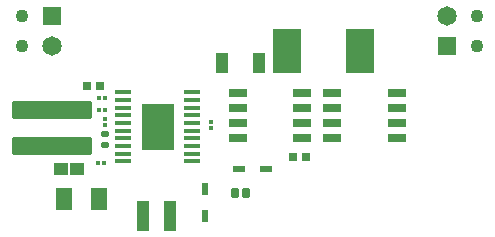
<source format=gbr>
%TF.GenerationSoftware,KiCad,Pcbnew,8.0.8*%
%TF.CreationDate,2025-02-16T12:35:09+01:00*%
%TF.ProjectId,step-down,73746570-2d64-46f7-976e-2e6b69636164,rev?*%
%TF.SameCoordinates,Original*%
%TF.FileFunction,Soldermask,Top*%
%TF.FilePolarity,Negative*%
%FSLAX46Y46*%
G04 Gerber Fmt 4.6, Leading zero omitted, Abs format (unit mm)*
G04 Created by KiCad (PCBNEW 8.0.8) date 2025-02-16 12:35:09*
%MOMM*%
%LPD*%
G01*
G04 APERTURE LIST*
G04 Aperture macros list*
%AMRoundRect*
0 Rectangle with rounded corners*
0 $1 Rounding radius*
0 $2 $3 $4 $5 $6 $7 $8 $9 X,Y pos of 4 corners*
0 Add a 4 corners polygon primitive as box body*
4,1,4,$2,$3,$4,$5,$6,$7,$8,$9,$2,$3,0*
0 Add four circle primitives for the rounded corners*
1,1,$1+$1,$2,$3*
1,1,$1+$1,$4,$5*
1,1,$1+$1,$6,$7*
1,1,$1+$1,$8,$9*
0 Add four rect primitives between the rounded corners*
20,1,$1+$1,$2,$3,$4,$5,0*
20,1,$1+$1,$4,$5,$6,$7,0*
20,1,$1+$1,$6,$7,$8,$9,0*
20,1,$1+$1,$8,$9,$2,$3,0*%
G04 Aperture macros list end*
%ADD10RoundRect,0.075000X-0.125000X-0.075000X0.125000X-0.075000X0.125000X0.075000X-0.125000X0.075000X0*%
%ADD11RoundRect,0.102000X3.260000X-0.645000X3.260000X0.645000X-3.260000X0.645000X-3.260000X-0.645000X0*%
%ADD12RoundRect,0.075000X-0.075000X0.125000X-0.075000X-0.125000X0.075000X-0.125000X0.075000X0.125000X0*%
%ADD13R,0.705600X0.660400*%
%ADD14R,1.020000X2.540000*%
%ADD15R,1.525000X0.700000*%
%ADD16R,1.050000X0.550000*%
%ADD17RoundRect,0.075000X0.075000X-0.125000X0.075000X0.125000X-0.075000X0.125000X-0.075000X-0.125000X0*%
%ADD18R,1.112000X1.803400*%
%ADD19R,0.550000X1.050000*%
%ADD20C,1.100000*%
%ADD21R,1.650000X1.650000*%
%ADD22C,1.650000*%
%ADD23R,2.400000X3.750000*%
%ADD24R,1.340600X1.905000*%
%ADD25R,1.450000X0.450000*%
%ADD26R,2.740000X3.860000*%
%ADD27RoundRect,0.197160X0.174840X0.204840X-0.174840X0.204840X-0.174840X-0.204840X0.174840X-0.204840X0*%
%ADD28R,1.188200X1.041400*%
%ADD29RoundRect,0.140000X0.170000X-0.140000X0.170000X0.140000X-0.170000X0.140000X-0.170000X-0.140000X0*%
G04 APERTURE END LIST*
D10*
%TO.C,R2*%
X132000000Y-99000000D03*
X132500000Y-99000000D03*
%TD*%
D11*
%TO.C,R4*%
X128000000Y-103015000D03*
X128000000Y-99985000D03*
%TD*%
D12*
%TO.C,R3*%
X141500000Y-101000000D03*
X141500000Y-101500000D03*
%TD*%
D13*
%TO.C,C5*%
X148431300Y-104000000D03*
X149568700Y-104000000D03*
%TD*%
D14*
%TO.C,L1*%
X138000000Y-109000000D03*
X135710000Y-109000000D03*
%TD*%
D15*
%TO.C,M2*%
X143788000Y-98595000D03*
X143788000Y-99865000D03*
X143788000Y-101135000D03*
X143788000Y-102405000D03*
X149212000Y-102405000D03*
X149212000Y-101135000D03*
X149212000Y-99865000D03*
X149212000Y-98595000D03*
%TD*%
D10*
%TO.C,R6*%
X132025000Y-100000000D03*
X132525000Y-100000000D03*
%TD*%
D15*
%TO.C,M1*%
X151788000Y-98595000D03*
X151788000Y-99865000D03*
X151788000Y-101135000D03*
X151788000Y-102405000D03*
X157212000Y-102405000D03*
X157212000Y-101135000D03*
X157212000Y-99865000D03*
X157212000Y-98595000D03*
%TD*%
D10*
%TO.C,R1*%
X131975000Y-104500000D03*
X132475000Y-104500000D03*
%TD*%
D16*
%TO.C,D1*%
X146150000Y-105000000D03*
X143850000Y-105000000D03*
%TD*%
D17*
%TO.C,R5*%
X132500000Y-101250000D03*
X132500000Y-100750000D03*
%TD*%
D18*
%TO.C,Cin1*%
X142453400Y-96000000D03*
X145546600Y-96000000D03*
%TD*%
D19*
%TO.C,D2*%
X141000000Y-109000000D03*
X141000000Y-106700000D03*
%TD*%
D20*
%TO.C,J2*%
X164000000Y-94540000D03*
X164000000Y-92000000D03*
D21*
X161460000Y-94540000D03*
D22*
X161460000Y-92000000D03*
%TD*%
D23*
%TO.C,Cout1*%
X154100000Y-95000000D03*
X147900000Y-95000000D03*
%TD*%
D24*
%TO.C,C3*%
X131983100Y-107500000D03*
X129016900Y-107500000D03*
%TD*%
D20*
%TO.C,J1*%
X125460000Y-92000000D03*
X125460000Y-94540000D03*
D21*
X128000000Y-92000000D03*
D22*
X128000000Y-94540000D03*
%TD*%
D25*
%TO.C,IC1*%
X134075000Y-98499100D03*
X134075000Y-99149100D03*
X134075000Y-99799100D03*
X134075000Y-100449100D03*
X134075000Y-101099100D03*
X134075000Y-101749100D03*
X134075000Y-102399100D03*
X134075000Y-103049100D03*
X134075000Y-103699100D03*
X134075000Y-104349100D03*
X139925000Y-104349100D03*
X139925000Y-103699100D03*
X139925000Y-103049100D03*
X139925000Y-102399100D03*
X139925000Y-101749100D03*
X139925000Y-101099100D03*
X139925000Y-100449100D03*
X139925000Y-99799100D03*
X139925000Y-99149100D03*
X139925000Y-98499100D03*
D26*
X137000000Y-101424100D03*
%TD*%
D27*
%TO.C,C_INTVCC1*%
X144430000Y-107000000D03*
X143570000Y-107000000D03*
%TD*%
D28*
%TO.C,C1*%
X128817000Y-105000000D03*
X130183000Y-105000000D03*
%TD*%
D13*
%TO.C,C2*%
X131000000Y-98000000D03*
X132137400Y-98000000D03*
%TD*%
D29*
%TO.C,C4*%
X132500000Y-103000000D03*
X132500000Y-102040000D03*
%TD*%
M02*

</source>
